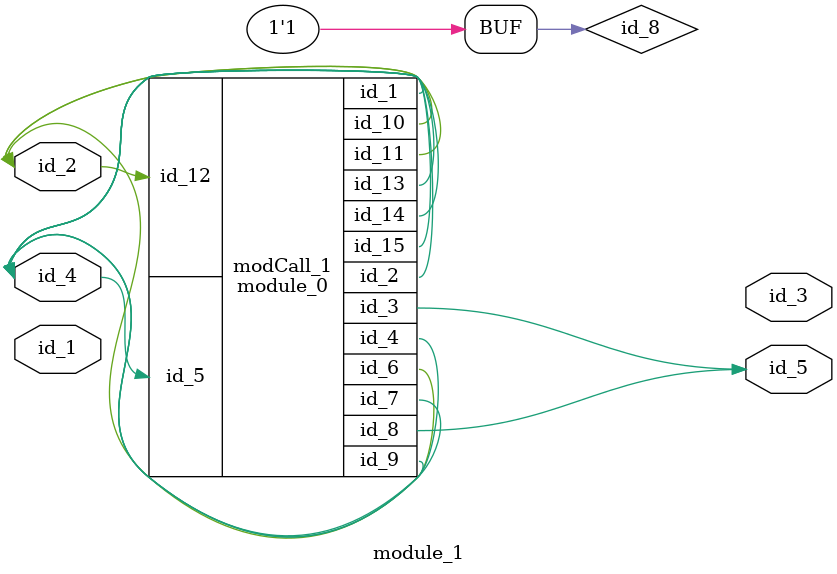
<source format=v>
module module_0 (
    id_1,
    id_2,
    id_3,
    id_4,
    id_5,
    id_6,
    id_7,
    id_8,
    id_9,
    id_10,
    id_11,
    id_12,
    id_13,
    id_14,
    id_15
);
  output wire id_15;
  output wire id_14;
  inout wire id_13;
  input wire id_12;
  inout wire id_11;
  inout wire id_10;
  inout wire id_9;
  output wire id_8;
  inout wire id_7;
  inout wire id_6;
  input wire id_5;
  output wire id_4;
  output wire id_3;
  output wire id_2;
  output wire id_1;
endmodule
module module_1 (
    id_1,
    id_2,
    id_3,
    id_4,
    id_5
);
  output wire id_5;
  module_0 modCall_1 (
      id_4,
      id_4,
      id_5,
      id_4,
      id_4,
      id_2,
      id_4,
      id_5,
      id_4,
      id_2,
      id_2,
      id_2,
      id_4,
      id_4,
      id_4
  );
  inout wire id_4;
  output wire id_3;
  inout wire id_2;
  input wire id_1;
  wire id_6;
  wire id_7;
  wand id_8 = {1 - 'b0{-1}};
  wire [1 : 1] id_9;
endmodule

</source>
